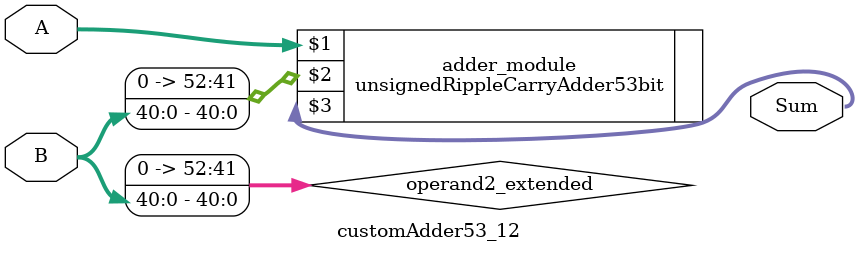
<source format=v>
module customAdder53_12(
                        input [52 : 0] A,
                        input [40 : 0] B,
                        
                        output [53 : 0] Sum
                );

        wire [52 : 0] operand2_extended;
        
        assign operand2_extended =  {12'b0, B};
        
        unsignedRippleCarryAdder53bit adder_module(
            A,
            operand2_extended,
            Sum
        );
        
        endmodule
        
</source>
